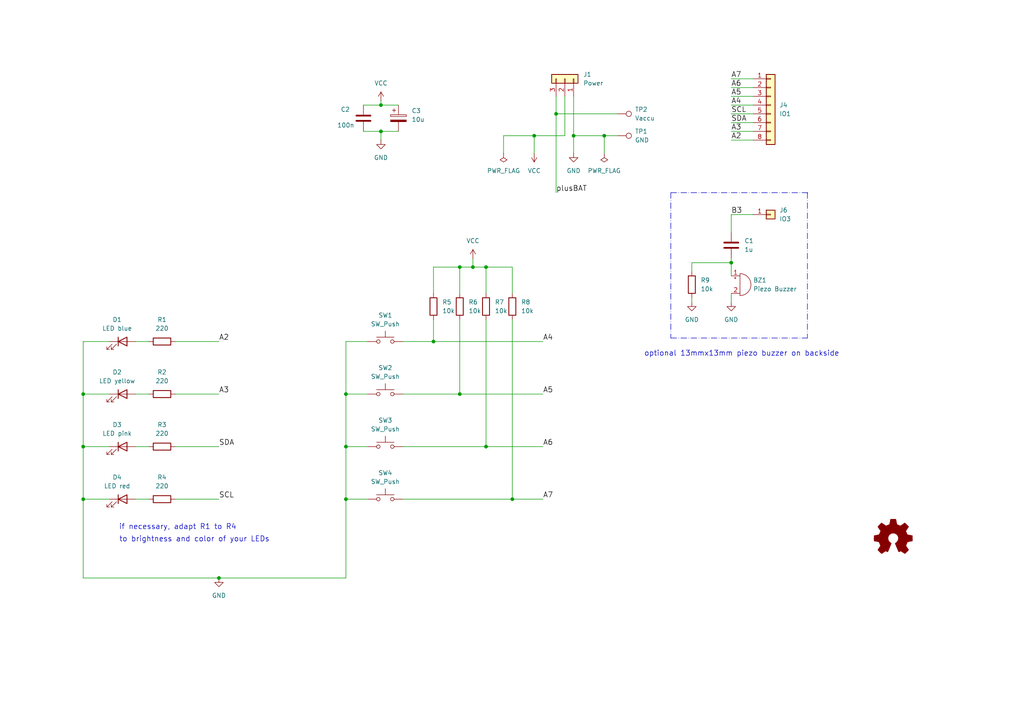
<source format=kicad_sch>
(kicad_sch (version 20231120) (generator "eeschema") (generator_version "8.0")
  (paper "A4")
  (title_block (title "HB_Stamp_IO_EXT_LEDs_Buttons_FUEL4EP") (date "2025-02-18") (rev "1.0") (company "(C) FUEL4EP") (comment 1 "Creative Commons License, non-commercial") (comment 3 "fitting to HB_Stamp_IO_ATMega1284P_FUEL4EP") (comment 4 "Extension IO PCB with 4x LEDs, 4x push buttons, and optional buzzer"))
  (lib_symbols
    (symbol "Connector:TestPoint" (pin_numbers hide) (pin_names (offset 0.762) hide)
      (property "Reference" "TP" (at 0 6.858 0))
      (property "Value" "TestPoint" (at 0 5.08 0))
      (symbol "TestPoint_0_1"
        (circle (center 0 3.302) (radius 0.762))
      )
      (symbol "TestPoint_1_1"
        (pin passive line (at 0 0 90) (length 2.54) (name "1") (number "1"))
      )
    )
    (symbol "Connector_Generic:Conn_01x01" (pin_names (offset 1.016) hide)
      (property "Reference" "J" (at 0 2.54 0))
      (property "Value" "Conn_01x01" (at 0 -2.54 0))
      (symbol "Conn_01x01_1_1"
        (rectangle (start -1.27 0.127) (end 0 -0.127) (stroke (width 0.1524)))
        (rectangle (start -1.27 1.27) (end 1.27 -1.27) (stroke (width 0.254)) (fill (type background)))
        (pin passive line (at -5.08 0 0) (length 3.81) (name "Pin_1") (number "1"))
      )
    )
    (symbol "Connector_Generic:Conn_01x03" (pin_names (offset 1.016) hide)
      (property "Reference" "J" (at 0 5.08 0))
      (property "Value" "Conn_01x03" (at 0 -5.08 0))
      (symbol "Conn_01x03_1_1"
        (rectangle (start -1.27 -2.413) (end 0 -2.667) (stroke (width 0.1524)))
        (rectangle (start -1.27 0.127) (end 0 -0.127) (stroke (width 0.1524)))
        (rectangle (start -1.27 2.667) (end 0 2.413) (stroke (width 0.1524)))
        (rectangle (start -1.27 3.81) (end 1.27 -3.81) (stroke (width 0.254)) (fill (type background)))
        (pin passive line (at -5.08 2.54 0) (length 3.81) (name "Pin_1") (number "1"))
        (pin passive line (at -5.08 0 0) (length 3.81) (name "Pin_2") (number "2"))
        (pin passive line (at -5.08 -2.54 0) (length 3.81) (name "Pin_3") (number "3"))
      )
    )
    (symbol "Connector_Generic:Conn_01x08" (pin_names (offset 1.016) hide)
      (property "Reference" "J" (at 0 10.16 0))
      (property "Value" "Conn_01x08" (at 0 -12.7 0))
      (symbol "Conn_01x08_1_1"
        (rectangle (start -1.27 -10.033) (end 0 -10.287) (stroke (width 0.1524)))
        (rectangle (start -1.27 -7.493) (end 0 -7.747) (stroke (width 0.1524)))
        (rectangle (start -1.27 -4.953) (end 0 -5.207) (stroke (width 0.1524)))
        (rectangle (start -1.27 -2.413) (end 0 -2.667) (stroke (width 0.1524)))
        (rectangle (start -1.27 0.127) (end 0 -0.127) (stroke (width 0.1524)))
        (rectangle (start -1.27 2.667) (end 0 2.413) (stroke (width 0.1524)))
        (rectangle (start -1.27 5.207) (end 0 4.953) (stroke (width 0.1524)))
        (rectangle (start -1.27 7.747) (end 0 7.493) (stroke (width 0.1524)))
        (rectangle (start -1.27 8.89) (end 1.27 -11.43) (stroke (width 0.254)) (fill (type background)))
        (pin passive line (at -5.08 7.62 0) (length 3.81) (name "Pin_1") (number "1"))
        (pin passive line (at -5.08 5.08 0) (length 3.81) (name "Pin_2") (number "2"))
        (pin passive line (at -5.08 2.54 0) (length 3.81) (name "Pin_3") (number "3"))
        (pin passive line (at -5.08 0 0) (length 3.81) (name "Pin_4") (number "4"))
        (pin passive line (at -5.08 -2.54 0) (length 3.81) (name "Pin_5") (number "5"))
        (pin passive line (at -5.08 -5.08 0) (length 3.81) (name "Pin_6") (number "6"))
        (pin passive line (at -5.08 -7.62 0) (length 3.81) (name "Pin_7") (number "7"))
        (pin passive line (at -5.08 -10.16 0) (length 3.81) (name "Pin_8") (number "8"))
      )
    )
    (symbol "Device:Buzzer" (pin_names (offset 0.0254) hide)
      (property "Reference" "BZ" (at 3.81 1.27 0))
      (property "Value" "Buzzer" (at 3.81 -1.27 0))
      (symbol "Buzzer_0_1"
        (arc (start 0 -3.175) (mid 3.1612 0) (end 0 3.175))
        (polyline (pts (xy -1.651 1.905) (xy -1.143 1.905)))
        (polyline (pts (xy -1.397 2.159) (xy -1.397 1.651)))
        (polyline (pts (xy 0 3.175) (xy 0 -3.175)))
      )
      (symbol "Buzzer_1_1"
        (pin passive line (at -2.54 2.54 0) (length 2.54) (name "+") (number "1"))
        (pin passive line (at -2.54 -2.54 0) (length 2.54) (name "-") (number "2"))
      )
    )
    (symbol "Device:C" (pin_numbers hide) (pin_names (offset 0.254))
      (property "Reference" "C" (at 0.635 2.54 0))
      (property "Value" "C" (at 0.635 -2.54 0))
      (symbol "C_0_1"
        (polyline (pts (xy -2.032 -0.762) (xy 2.032 -0.762)) (stroke (width 0.508)))
        (polyline (pts (xy -2.032 0.762) (xy 2.032 0.762)) (stroke (width 0.508)))
      )
      (symbol "C_1_1"
        (pin passive line (at 0 3.81 270) (length 2.794) (name "~") (number "1"))
        (pin passive line (at 0 -3.81 90) (length 2.794) (name "~") (number "2"))
      )
    )
    (symbol "Device:C_Polarized" (pin_numbers hide) (pin_names (offset 0.254))
      (property "Reference" "C" (at 0.635 2.54 0))
      (property "Value" "C_Polarized" (at 0.635 -2.54 0))
      (symbol "C_Polarized_0_1"
        (rectangle (start -2.286 0.508) (end 2.286 1.016))
        (polyline (pts (xy -1.778 2.286) (xy -0.762 2.286)))
        (polyline (pts (xy -1.27 2.794) (xy -1.27 1.778)))
        (rectangle (start 2.286 -0.508) (end -2.286 -1.016) (fill (type outline)))
      )
      (symbol "C_Polarized_1_1"
        (pin passive line (at 0 3.81 270) (length 2.794) (name "~") (number "1"))
        (pin passive line (at 0 -3.81 90) (length 2.794) (name "~") (number "2"))
      )
    )
    (symbol "Device:LED" (pin_numbers hide) (pin_names (offset 1.016) hide)
      (property "Reference" "D" (at 0 2.54 0))
      (property "Value" "LED" (at 0 -2.54 0))
      (symbol "LED_0_1"
        (polyline (pts (xy -1.27 -1.27) (xy -1.27 1.27)) (stroke (width 0.254)))
        (polyline (pts (xy -1.27 0) (xy 1.27 0)))
        (polyline (pts (xy 1.27 -1.27) (xy 1.27 1.27) (xy -1.27 0) (xy 1.27 -1.27)) (stroke (width 0.254)))
        (polyline (pts (xy -3.048 -0.762) (xy -4.572 -2.286) (xy -3.81 -2.286) (xy -4.572 -2.286) (xy -4.572 -1.524)))
        (polyline (pts (xy -1.778 -0.762) (xy -3.302 -2.286) (xy -2.54 -2.286) (xy -3.302 -2.286) (xy -3.302 -1.524)))
      )
      (symbol "LED_1_1"
        (pin passive line (at -3.81 0 0) (length 2.54) (name "K") (number "1"))
        (pin passive line (at 3.81 0 180) (length 2.54) (name "A") (number "2"))
      )
    )
    (symbol "Device:R" (pin_numbers hide) (pin_names (offset 0))
      (property "Reference" "R" (at 2.032 0 90))
      (property "Value" "R" (at 0 0 90))
      (symbol "R_0_1"
        (rectangle (start -1.016 -2.54) (end 1.016 2.54) (stroke (width 0.254)))
      )
      (symbol "R_1_1"
        (pin passive line (at 0 3.81 270) (length 1.27) (name "~") (number "1"))
        (pin passive line (at 0 -3.81 90) (length 1.27) (name "~") (number "2"))
      )
    )
    (symbol "Graphic:Logo_Open_Hardware_Small" (in_bom no) (on_board no)
      (symbol "Logo_Open_Hardware_Small_0_1"
        (polyline (pts (xy 3.3528 -4.3434) (xy 3.302 -4.318) (xy 3.175 -4.2418) (xy 2.9972 -4.1148) (xy 2.7686 -3.9624) (xy 2.54 -3.81) (xy 2.3622 -3.7084) (xy 2.2352 -3.6068) (xy 2.1844 -3.5814) (xy 2.159 -3.6068) (xy 2.0574 -3.6576) (xy 1.905 -3.7338) (xy 1.8034 -3.7846) (xy 1.6764 -3.8354) (xy 1.6002 -3.8354) (xy 1.6002 -3.8354) (xy 1.5494 -3.7338) (xy 1.4732 -3.5306) (xy 1.3462 -3.302) (xy 1.2446 -3.0226) (xy 1.1176 -2.7178) (xy 0.9652 -2.413) (xy 0.8636 -2.1082) (xy 0.7366 -1.8288) (xy 0.6604 -1.6256) (xy 0.6096 -1.4732) (xy 0.5842 -1.397) (xy 0.5842 -1.397) (xy 0.6604 -1.3208) (xy 0.7874 -1.2446) (xy 1.0414 -1.016) (xy 1.2954 -0.6858) (xy 1.4478 -0.3302) (xy 1.524 0.0762) (xy 1.4732 0.4572) (xy 1.3208 0.8128) (xy 1.0668 1.143) (xy 0.762 1.3716) (xy 0.4064 1.524) (xy 0 1.5748) (xy -0.381 1.5494) (xy -0.7366 1.397) (xy -1.0668 1.143) (xy -1.2192 0.9906) (xy -1.397 0.6604) (xy -1.524 0.3048) (xy -1.524 0.2286) (xy -1.4986 -0.1778) (xy -1.397 -0.5334) (xy -1.1938 -0.8636) (xy -0.9144 -1.143) (xy -0.8636 -1.1684) (xy -0.7366 -1.27) (xy -0.635 -1.3462) (xy -0.5842 -1.397) (xy -1.0668 -2.5908) (xy -1.143 -2.794) (xy -1.2954 -3.1242) (xy -1.397 -3.4036) (xy -1.4986 -3.6322) (xy -1.5748 -3.7846) (xy -1.6002 -3.8354) (xy -1.6002 -3.8354) (xy -1.651 -3.8354) (xy -1.7272 -3.81) (xy -1.905 -3.7338) (xy -2.0066 -3.683) (xy -2.1336 -3.6068) (xy -2.2098 -3.5814) (xy -2.2606 -3.6068) (xy -2.3622 -3.683) (xy -2.54 -3.81) (xy -2.7686 -3.9624) (xy -2.9718 -4.0894) (xy -3.1496 -4.2164) (xy -3.302 -4.318) (xy -3.3528 -4.3434) (xy -3.3782 -4.3434) (xy -3.429 -4.318) (xy -3.5306 -4.2164) (xy -3.7084 -4.064) (xy -3.937 -3.8354) (xy -3.9624 -3.81) (xy -4.1656 -3.6068) (xy -4.318 -3.4544) (xy -4.4196 -3.3274) (xy -4.445 -3.2766) (xy -4.445 -3.2766) (xy -4.4196 -3.2258) (xy -4.318 -3.0734) (xy -4.2164 -2.8956) (xy -4.064 -2.667) (xy -3.6576 -2.0828) (xy -3.8862 -1.5494) (xy -3.937 -1.3716) (xy -4.0386 -1.1684) (xy -4.0894 -1.0414) (xy -4.1148 -0.9652) (xy -4.191 -0.9398) (xy -4.318 -0.9144) (xy -4.5466 -0.8636) (xy -4.8006 -0.8128) (xy -5.0546 -0.7874) (xy -5.2578 -0.7366) (xy -5.4356 -0.7112) (xy -5.5118 -0.6858) (xy -5.5118 -0.6858) (xy -5.5372 -0.635) (xy -5.5372 -0.5588) (xy -5.5372 -0.4318) (xy -5.5626 -0.2286) (xy -5.5626 0.0762) (xy -5.5626 0.127) (xy -5.5372 0.4064) (xy -5.5372 0.635) (xy -5.5372 0.762) (xy -5.5372 0.8382) (xy -5.5372 0.8382) (xy -5.461 0.8382) (xy -5.3086 0.889) (xy -5.08 0.9144) (xy -4.826 0.9652) (xy -4.8006 0.9906) (xy -4.5466 1.0414) (xy -4.318 1.0668) (xy -4.1656 1.1176) (xy -4.0894 1.143) (xy -4.0894 1.143) (xy -4.0386 1.2446) (xy -3.9624 1.4224) (xy -3.8608 1.6256) (xy -3.7846 1.8288) (xy -3.7084 2.0066) (xy -3.6576 2.159) (xy -3.6322 2.2098) (xy -3.6322 2.2098) (xy -3.683 2.286) (xy -3.7592 2.413) (xy -3.8862 2.5908) (xy -4.064 2.8194) (xy -4.064 2.8448) (xy -4.2164 3.0734) (xy -4.3434 3.2512) (xy -4.4196 3.3782) (xy -4.445 3.4544) (xy -4.445 3.4544) (xy -4.3942 3.5052) (xy -4.2926 3.6322) (xy -4.1148 3.81) (xy -3.937 4.0132) (xy -3.8608 4.064) (xy -3.6576 4.2926) (xy -3.5052 4.4196) (xy -3.4036 4.4958) (xy -3.3528 4.5212) (xy -3.3528 4.5212) (xy -3.302 4.4704) (xy -3.1496 4.3688) (xy -2.9718 4.2418) (xy -2.7432 4.0894) (xy -2.7178 4.0894) (xy -2.4892 3.937) (xy -2.3114 3.81) (xy -2.1844 3.7084) (xy -2.1336 3.683) (xy -2.1082 3.683) (xy -2.032 3.7084) (xy -1.8542 3.7592) (xy -1.6764 3.8354) (xy -1.4732 3.937) (xy -1.27 4.0132) (xy -1.143 4.064) (xy -1.0668 4.1148) (xy -1.0668 4.1148) (xy -1.0414 4.191) (xy -1.016 4.3434) (xy -0.9652 4.572) (xy -0.9144 4.8514) (xy -0.889 4.9022) (xy -0.8382 5.1562) (xy -0.8128 5.3848) (xy -0.7874 5.5372) (xy -0.762 5.588) (xy -0.7112 5.6134) (xy -0.5842 5.6134) (xy -0.4064 5.6134) (xy -0.1524 5.6134) (xy 0.0762 5.6134) (xy 0.3302 5.6134) (xy 0.5334 5.6134) (xy 0.6858 5.588) (xy 0.7366 5.588) (xy 0.7366 5.588) (xy 0.762 5.5118) (xy 0.8128 5.334) (xy 0.8382 5.1054) (xy 0.9144 4.826) (xy 0.9144 4.7752) (xy 0.9652 4.5212) (xy 1.016 4.2926) (xy 1.0414 4.1402) (xy 1.0668 4.0894) (xy 1.0668 4.0894) (xy 1.1938 4.0386) (xy 1.3716 3.9624) (xy 1.5748 3.8608) (xy 2.0828 3.6576) (xy 2.7178 4.0894) (xy 2.7686 4.1402) (xy 2.9972 4.2926) (xy 3.175 4.4196) (xy 3.302 4.4958) (xy 3.3782 4.5212) (xy 3.3782 4.5212) (xy 3.429 4.4704) (xy 3.556 4.3434) (xy 3.7338 4.191) (xy 3.9116 3.9878) (xy 4.064 3.8354) (xy 4.2418 3.6576) (xy 4.3434 3.556) (xy 4.4196 3.4798) (xy 4.4196 3.429) (xy 4.4196 3.4036) (xy 4.3942 3.3274) (xy 4.2926 3.2004) (xy 4.1656 2.9972) (xy 4.0132 2.794) (xy 3.8862 2.5908) (xy 3.7592 2.3876) (xy 3.6576 2.2352) (xy 3.6322 2.159) (xy 3.6322 2.1336) (xy 3.683 2.0066) (xy 3.7592 1.8288) (xy 3.8608 1.6002) (xy 4.064 1.1176) (xy 4.3942 1.0414) (xy 4.5974 1.016) (xy 4.8768 0.9652) (xy 5.1308 0.9144) (xy 5.5372 0.8382) (xy 5.5626 -0.6604) (xy 5.4864 -0.6858) (xy 5.4356 -0.6858) (xy 5.2832 -0.7366) (xy 5.0546 -0.762) (xy 4.8006 -0.8128) (xy 4.5974 -0.8636) (xy 4.3688 -0.9144) (xy 4.2164 -0.9398) (xy 4.1402 -0.9398) (xy 4.1148 -0.9652) (xy 4.064 -1.0668) (xy 3.9878 -1.2446) (xy 3.9116 -1.4478) (xy 3.81 -1.651) (xy 3.7338 -1.8542) (xy 3.683 -2.0066) (xy 3.6576 -2.0828) (xy 3.683 -2.1336) (xy 3.7846 -2.2606) (xy 3.8862 -2.4638) (xy 4.0386 -2.667) (xy 4.191 -2.8956) (xy 4.318 -3.0734) (xy 4.3942 -3.2004) (xy 4.445 -3.2766) (xy 4.4196 -3.3274) (xy 4.3434 -3.429) (xy 4.1656 -3.5814) (xy 3.937 -3.8354) (xy 3.8862 -3.8608) (xy 3.683 -4.064) (xy 3.5306 -4.2164) (xy 3.4036 -4.318) (xy 3.3528 -4.3434)) (fill (type outline)))
      )
    )
    (symbol "Switch:SW_Push" (pin_numbers hide) (pin_names (offset 1.016) hide)
      (property "Reference" "SW" (at 1.27 2.54 0))
      (property "Value" "SW_Push" (at 0 -1.524 0))
      (symbol "SW_Push_0_1"
        (circle (center -2.032 0) (radius 0.508))
        (polyline (pts (xy 0 1.27) (xy 0 3.048)))
        (polyline (pts (xy 2.54 1.27) (xy -2.54 1.27)))
        (circle (center 2.032 0) (radius 0.508))
        (pin passive line (at -5.08 0 0) (length 2.54) (name "1") (number "1"))
        (pin passive line (at 5.08 0 180) (length 2.54) (name "2") (number "2"))
      )
    )
    (symbol "power:GND" (power) (pin_numbers hide) (pin_names (offset 0) hide)
      (property "Value" "GND" (at 0 -3.81 0))
      (symbol "GND_0_1"
        (polyline (pts (xy 0 0) (xy 0 -1.27) (xy 1.27 -1.27) (xy 0 -2.54) (xy -1.27 -1.27) (xy 0 -1.27)))
      )
      (symbol "GND_1_1"
        (pin power_in line (at 0 0 270) (length 0) (name "~") (number "1"))
      )
    )
    (symbol "power:PWR_FLAG" (power) (pin_numbers hide) (pin_names (offset 0) hide)
      (property "Value" "PWR_FLAG" (at 0 3.81 0))
      (symbol "PWR_FLAG_0_0"
        (pin power_out line (at 0 0 90) (length 0) (name "~") (number "1"))
      )
      (symbol "PWR_FLAG_0_1"
        (polyline (pts (xy 0 0) (xy 0 1.27) (xy -1.016 1.905) (xy 0 2.54) (xy 1.016 1.905) (xy 0 1.27)))
      )
    )
    (symbol "power:VCC" (power) (pin_numbers hide) (pin_names (offset 0) hide)
      (property "Value" "VCC" (at 0 3.556 0))
      (symbol "VCC_0_1"
        (polyline (pts (xy -0.762 1.27) (xy 0 2.54)))
        (polyline (pts (xy 0 0) (xy 0 2.54)))
        (polyline (pts (xy 0 2.54) (xy 0.762 1.27)))
      )
      (symbol "VCC_1_1"
        (pin power_in line (at 0 0 90) (length 0) (name "~") (number "1"))
      )
    )
  )
  (junction (at 24.13 114.3))
  (junction (at 24.13 129.54))
  (junction (at 175.26 39.37))
  (junction (at 133.35 77.47))
  (junction (at 140.97 77.47))
  (junction (at 148.59 144.78))
  (junction (at 100.33 129.54))
  (junction (at 63.5 167.64))
  (junction (at 137.16 77.47))
  (junction (at 140.97 129.54))
  (junction (at 133.35 114.3))
  (junction (at 110.49 38.1))
  (junction (at 24.13 144.78))
  (junction (at 212.09 76.2))
  (junction (at 110.49 30.48))
  (junction (at 161.29 33.02))
  (junction (at 100.33 144.78))
  (junction (at 100.33 114.3))
  (junction (at 125.73 99.06))
  (junction (at 166.37 39.37))
  (junction (at 154.94 39.37))
  (polyline (pts (xy 234.188 55.88) (xy 234.188 98.044)) (stroke (width 0) (type dash_dot)))
  (wire (pts (xy 100.33 114.3) (xy 100.33 129.54)))
  (wire (pts (xy 166.37 39.37) (xy 175.26 39.37)))
  (wire (pts (xy 133.35 77.47) (xy 137.16 77.47)))
  (wire (pts (xy 137.16 74.93) (xy 137.16 77.47)))
  (wire (pts (xy 24.13 129.54) (xy 31.75 129.54)))
  (wire (pts (xy 110.49 29.21) (xy 110.49 30.48)))
  (wire (pts (xy 212.09 74.93) (xy 212.09 76.2)))
  (wire (pts (xy 105.41 38.1) (xy 110.49 38.1)))
  (wire (pts (xy 146.05 39.37) (xy 146.05 44.45)))
  (wire (pts (xy 100.33 129.54) (xy 106.68 129.54)))
  (wire (pts (xy 100.33 144.78) (xy 100.33 167.64)))
  (wire (pts (xy 24.13 144.78) (xy 31.75 144.78)))
  (wire (pts (xy 116.84 129.54) (xy 140.97 129.54)))
  (wire (pts (xy 50.8 99.06) (xy 63.5 99.06)))
  (wire (pts (xy 24.13 114.3) (xy 24.13 129.54)))
  (wire (pts (xy 100.33 114.3) (xy 106.68 114.3)))
  (wire (pts (xy 175.26 39.37) (xy 179.07 39.37)))
  (wire (pts (xy 100.33 129.54) (xy 100.33 144.78)))
  (wire (pts (xy 200.66 76.2) (xy 200.66 78.74)))
  (wire (pts (xy 125.73 77.47) (xy 133.35 77.47)))
  (wire (pts (xy 24.13 99.06) (xy 24.13 114.3)))
  (wire (pts (xy 166.37 39.37) (xy 166.37 44.45)))
  (wire (pts (xy 63.5 167.64) (xy 100.33 167.64)))
  (wire (pts (xy 140.97 129.54) (xy 157.48 129.54)))
  (wire (pts (xy 100.33 99.06) (xy 106.68 99.06)))
  (wire (pts (xy 116.84 99.06) (xy 125.73 99.06)))
  (wire (pts (xy 212.09 62.23) (xy 212.09 67.31)))
  (wire (pts (xy 39.37 114.3) (xy 43.18 114.3)))
  (wire (pts (xy 110.49 38.1) (xy 110.49 40.64)))
  (polyline (pts (xy 194.564 98.044) (xy 234.188 98.044)) (stroke (width 0) (type dash_dot)))
  (wire (pts (xy 110.49 30.48) (xy 115.57 30.48)))
  (wire (pts (xy 39.37 129.54) (xy 43.18 129.54)))
  (wire (pts (xy 24.13 129.54) (xy 24.13 144.78)))
  (wire (pts (xy 116.84 114.3) (xy 133.35 114.3)))
  (polyline (pts (xy 194.564 55.88) (xy 234.188 55.88)) (stroke (width 0) (type dash_dot)))
  (wire (pts (xy 154.94 39.37) (xy 154.94 44.45)))
  (wire (pts (xy 212.09 33.02) (xy 218.44 33.02)))
  (wire (pts (xy 212.09 62.23) (xy 218.44 62.23)))
  (wire (pts (xy 212.09 25.4) (xy 218.44 25.4)))
  (wire (pts (xy 212.09 40.64) (xy 218.44 40.64)))
  (wire (pts (xy 24.13 99.06) (xy 31.75 99.06)))
  (wire (pts (xy 212.09 38.1) (xy 218.44 38.1)))
  (wire (pts (xy 50.8 129.54) (xy 63.5 129.54)))
  (wire (pts (xy 161.29 33.02) (xy 161.29 27.94)))
  (wire (pts (xy 212.09 76.2) (xy 212.09 80.01)))
  (wire (pts (xy 137.16 77.47) (xy 140.97 77.47)))
  (wire (pts (xy 148.59 77.47) (xy 148.59 85.09)))
  (wire (pts (xy 50.8 144.78) (xy 63.5 144.78)))
  (wire (pts (xy 212.09 85.09) (xy 212.09 87.63)))
  (wire (pts (xy 154.94 39.37) (xy 146.05 39.37)))
  (wire (pts (xy 39.37 99.06) (xy 43.18 99.06)))
  (wire (pts (xy 163.83 39.37) (xy 154.94 39.37)))
  (wire (pts (xy 110.49 38.1) (xy 115.57 38.1)))
  (wire (pts (xy 133.35 114.3) (xy 133.35 92.71)))
  (wire (pts (xy 212.09 22.86) (xy 218.44 22.86)))
  (polyline (pts (xy 194.564 55.88) (xy 194.564 98.044)) (stroke (width 0) (type dash_dot)))
  (wire (pts (xy 140.97 77.47) (xy 140.97 85.09)))
  (wire (pts (xy 212.09 30.48) (xy 218.44 30.48)))
  (wire (pts (xy 100.33 144.78) (xy 106.68 144.78)))
  (wire (pts (xy 148.59 144.78) (xy 157.48 144.78)))
  (wire (pts (xy 24.13 144.78) (xy 24.13 167.64)))
  (wire (pts (xy 125.73 99.06) (xy 125.73 92.71)))
  (wire (pts (xy 125.73 99.06) (xy 157.48 99.06)))
  (wire (pts (xy 148.59 144.78) (xy 148.59 92.71)))
  (wire (pts (xy 133.35 77.47) (xy 133.35 85.09)))
  (wire (pts (xy 105.41 30.48) (xy 110.49 30.48)))
  (polyline (pts (xy 234.188 55.88) (xy 234.188 56.134)))
  (wire (pts (xy 50.8 114.3) (xy 63.5 114.3)))
  (wire (pts (xy 200.66 76.2) (xy 212.09 76.2)))
  (wire (pts (xy 200.66 86.36) (xy 200.66 87.63)))
  (wire (pts (xy 161.29 33.02) (xy 161.29 55.88)))
  (wire (pts (xy 24.13 114.3) (xy 31.75 114.3)))
  (wire (pts (xy 100.33 99.06) (xy 100.33 114.3)))
  (wire (pts (xy 133.35 114.3) (xy 157.48 114.3)))
  (wire (pts (xy 39.37 144.78) (xy 43.18 144.78)))
  (wire (pts (xy 140.97 77.47) (xy 148.59 77.47)))
  (wire (pts (xy 175.26 39.37) (xy 175.26 44.45)))
  (wire (pts (xy 163.83 27.94) (xy 163.83 39.37)))
  (wire (pts (xy 116.84 144.78) (xy 148.59 144.78)))
  (wire (pts (xy 212.09 27.94) (xy 218.44 27.94)))
  (wire (pts (xy 24.13 167.64) (xy 63.5 167.64)))
  (wire (pts (xy 212.09 35.56) (xy 218.44 35.56)))
  (wire (pts (xy 166.37 27.94) (xy 166.37 39.37)))
  (wire (pts (xy 125.73 85.09) (xy 125.73 77.47)))
  (wire (pts (xy 140.97 129.54) (xy 140.97 92.71)))
  (wire (pts (xy 161.29 33.02) (xy 179.07 33.02)))
  (text "to brightness and color of your LEDs" (at 56.388 156.464 0) (effects (font (size 1.524 1.524))))
  (text "optional 13mmx13mm piezo buzzer on backside" (at 215.138 102.616 0) (effects (font (size 1.524 1.524))))
  (text "if necessary, adapt R1 to R4" (at 51.562 152.908 0) (effects (font (size 1.524 1.524))))
  (label "A5" (at 212.09 27.94 0) (effects (font (size 1.524 1.524))))
  (label "A2" (at 63.5 99.06 0) (effects (font (size 1.524 1.524))))
  (label "SDA" (at 63.5 129.54 0) (effects (font (size 1.524 1.524))))
  (label "SCL" (at 212.09 33.02 0) (effects (font (size 1.524 1.524))))
  (label "SCL" (at 63.5 144.78 0) (effects (font (size 1.524 1.524))))
  (label "A6" (at 212.09 25.4 0) (effects (font (size 1.524 1.524))))
  (label "A3" (at 212.09 38.1 0) (effects (font (size 1.524 1.524))))
  (label "A7" (at 157.48 144.78 0) (effects (font (size 1.524 1.524))))
  (label "B3" (at 212.09 62.23 0) (effects (font (size 1.524 1.524))))
  (label "A5" (at 157.48 114.3 0) (effects (font (size 1.524 1.524))))
  (label "A7" (at 212.09 22.86 0) (effects (font (size 1.524 1.524))))
  (label "A4" (at 157.48 99.06 0) (effects (font (size 1.524 1.524))))
  (label "plusBAT" (at 161.29 55.88 0) (effects (font (size 1.524 1.524))))
  (label "A2" (at 212.09 40.64 0) (effects (font (size 1.524 1.524))))
  (label "A6" (at 157.48 129.54 0) (effects (font (size 1.524 1.524))))
  (label "SDA" (at 212.09 35.56 0) (effects (font (size 1.524 1.524))))
  (label "A3" (at 63.5 114.3 0) (effects (font (size 1.524 1.524))))
  (label "A4" (at 212.09 30.48 0) (effects (font (size 1.524 1.524))))
  (symbol (lib_id "Graphic:Logo_Open_Hardware_Small") (at 259.08 156.21 0) (unit 1) (in_bom no)
    (property "Reference" "LOGO1" (effects (hide yes)))
    (property "Value" "Logo_Open_Hardware_Small" (effects (hide yes)))
    (property "Footprint" "FUEL4EP:CC-BY-ND-SA_bottom" (effects (hide yes)))
    (property "Description" "Open Hardware logo, small" (effects (hide yes)))
    (property "TYPE" "0" (effects (hide yes)))
  )
  (symbol (lib_id "Device:R") (at 125.73 88.9 180) (unit 1)
    (property "Reference" "R5" (at 128.27 87.6299 0) (effects (justify right)))
    (property "Value" "10k" (at 128.27 90.1699 0) (effects (justify right)))
    (property "Footprint" "Resistor_SMD:R_0603_1608Metric_Pad0.98x0.95mm_HandSolder" (effects (hide yes)))
    (property "Description" "Resistor" (effects (hide yes)))
  )
  (symbol (lib_id "Device:R") (at 46.99 129.54 90) (unit 1)
    (property "Reference" "R3" (at 46.99 123.19 90))
    (property "Value" "220" (at 46.99 125.73 90))
    (property "Footprint" "Resistor_SMD:R_0805_2012Metric_Pad1.20x1.40mm_HandSolder" (effects (hide yes)))
    (property "Description" "Resistor" (effects (hide yes)))
  )
  (symbol (lib_id "Device:R") (at 46.99 99.06 90) (unit 1)
    (property "Reference" "R1" (at 46.99 92.71 90))
    (property "Value" "220" (at 46.99 95.25 90))
    (property "Footprint" "Resistor_SMD:R_0805_2012Metric_Pad1.20x1.40mm_HandSolder" (effects (hide yes)))
    (property "Description" "Resistor" (effects (hide yes)))
  )
  (symbol (lib_id "Device:C") (at 212.09 71.12 0) (unit 1)
    (property "Reference" "C1" (at 215.9 69.8499 0) (effects (justify left)))
    (property "Value" "1u" (at 215.9 72.3899 0) (effects (justify left)))
    (property "Footprint" "Capacitor_SMD:C_0805_2012Metric_Pad1.18x1.45mm_HandSolder" (effects (hide yes)))
    (property "Description" "Unpolarized capacitor" (effects (hide yes)))
    (property "LCSC" "C28323" (effects (hide yes)))
  )
  (symbol (lib_id "Device:LED") (at 35.56 99.06 0) (unit 1)
    (property "Reference" "D1" (at 33.9725 92.71 0))
    (property "Value" "LED blue" (at 33.9725 95.25 0))
    (property "Footprint" "LED_THT:LED_D3.0mm" (effects (hide yes)))
    (property "Description" "Light emitting diode" (effects (hide yes)))
  )
  (symbol (lib_id "power:GND") (at 63.5 167.64 0) (unit 1)
    (property "Reference" "#PWR01" (effects (hide yes)))
    (property "Value" "GND" (at 63.5 172.72 0))
    (property "Description" "Power symbol creates a global label with name \"GND\" , ground" (effects (hide yes)))
  )
  (symbol (lib_id "Switch:SW_Push") (at 111.76 144.78 0) (unit 1)
    (property "Reference" "SW4" (at 111.76 137.16 0))
    (property "Value" "SW_Push" (at 111.76 139.7 0))
    (property "Footprint" "FUEL4EP:SW_PUSH_5.08mm" (effects (hide yes)))
    (property "Description" "Push button switch, generic, two pins" (effects (hide yes)))
  )
  (symbol (lib_id "power:GND") (at 200.66 87.63 0) (unit 1)
    (property "Reference" "#PWR06" (effects (hide yes)))
    (property "Value" "GND" (at 200.66 92.71 0))
    (property "Description" "Power symbol creates a global label with name \"GND\" , ground" (effects (hide yes)))
  )
  (symbol (lib_id "Device:C_Polarized") (at 115.57 34.29 0) (unit 1)
    (property "Reference" "C3" (at 119.38 32.1309 0) (effects (justify left)))
    (property "Value" "10u" (at 119.38 34.6709 0) (effects (justify left)))
    (property "Footprint" "Capacitor_SMD:C_0805_2012Metric_Pad1.18x1.45mm_HandSolder" (effects (hide yes)))
    (property "Description" "Polarized capacitor" (effects (hide yes)))
    (property "LCSC" "C15850" (effects (hide yes)))
  )
  (symbol (lib_id "Device:R") (at 148.59 88.9 180) (unit 1)
    (property "Reference" "R8" (at 151.13 87.6299 0) (effects (justify right)))
    (property "Value" "10k" (at 151.13 90.1699 0) (effects (justify right)))
    (property "Footprint" "Resistor_SMD:R_0603_1608Metric_Pad0.98x0.95mm_HandSolder" (effects (hide yes)))
    (property "Description" "Resistor" (effects (hide yes)))
  )
  (symbol (lib_id "Connector:TestPoint") (at 179.07 33.02 270) (unit 1)
    (property "Reference" "TP2" (at 184.15 31.7499 90) (effects (justify left)))
    (property "Value" "Vaccu" (at 184.15 34.2899 90) (effects (justify left)))
    (property "Footprint" "TestPoint:TestPoint_Pad_1.0x1.0mm" (effects (hide yes)))
    (property "Description" "test point" (effects (hide yes)))
  )
  (symbol (lib_id "power:VCC") (at 137.16 74.93 0) (unit 1)
    (property "Reference" "#PWR02" (effects (hide yes)))
    (property "Value" "VCC" (at 137.16 69.85 0))
    (property "Description" "Power symbol creates a global label with name \"VCC\"" (effects (hide yes)))
  )
  (symbol (lib_id "Device:LED") (at 35.56 144.78 0) (unit 1)
    (property "Reference" "D4" (at 33.9725 138.43 0))
    (property "Value" "LED red" (at 33.9725 140.97 0))
    (property "Footprint" "LED_THT:LED_D3.0mm" (effects (hide yes)))
    (property "Description" "Light emitting diode" (effects (hide yes)))
  )
  (symbol (lib_id "Connector_Generic:Conn_01x01") (at 223.52 62.23 0) (unit 1)
    (property "Reference" "J6" (at 226.06 60.9599 0) (effects (justify left)))
    (property "Value" "IO3" (at 226.06 63.4999 0) (effects (justify left)))
    (property "Footprint" "Connector_PinHeader_1.27mm:PinHeader_1x01_P1.27mm_Vertical" (effects (hide yes)))
    (property "Description" "Generic connector, single row, 01x01, script generated (kicad-library-utils/schlib/autogen/connector/)" (effects (hide yes)))
  )
  (symbol (lib_id "Device:R") (at 46.99 144.78 90) (unit 1)
    (property "Reference" "R4" (at 46.99 138.43 90))
    (property "Value" "220" (at 46.99 140.97 90))
    (property "Footprint" "Resistor_SMD:R_0805_2012Metric_Pad1.20x1.40mm_HandSolder" (effects (hide yes)))
    (property "Description" "Resistor" (effects (hide yes)))
  )
  (symbol (lib_id "Device:R") (at 133.35 88.9 180) (unit 1)
    (property "Reference" "R6" (at 135.89 87.6299 0) (effects (justify right)))
    (property "Value" "10k" (at 135.89 90.1699 0) (effects (justify right)))
    (property "Footprint" "Resistor_SMD:R_0603_1608Metric_Pad0.98x0.95mm_HandSolder" (effects (hide yes)))
    (property "Description" "Resistor" (effects (hide yes)))
  )
  (symbol (lib_id "Switch:SW_Push") (at 111.76 114.3 0) (unit 1)
    (property "Reference" "SW2" (at 111.76 106.68 0))
    (property "Value" "SW_Push" (at 111.76 109.22 0))
    (property "Footprint" "FUEL4EP:SW_PUSH_5.08mm" (effects (hide yes)))
    (property "Description" "Push button switch, generic, two pins" (effects (hide yes)))
  )
  (symbol (lib_id "power:GND") (at 212.09 87.63 0) (unit 1)
    (property "Reference" "#PWR05" (effects (hide yes)))
    (property "Value" "GND" (at 212.09 92.71 0))
    (property "Description" "Power symbol creates a global label with name \"GND\" , ground" (effects (hide yes)))
  )
  (symbol (lib_id "power:GND") (at 110.49 40.64 0) (unit 1)
    (property "Reference" "#PWR08" (effects (hide yes)))
    (property "Value" "GND" (at 110.49 45.72 0))
    (property "Description" "Power symbol creates a global label with name \"GND\" , ground" (effects (hide yes)))
  )
  (symbol (lib_id "Connector_Generic:Conn_01x08") (at 223.52 30.48 0) (unit 1)
    (property "Reference" "J4" (at 226.06 30.4799 0) (effects (justify left)))
    (property "Value" "IO1" (at 226.06 33.0199 0) (effects (justify left)))
    (property "Footprint" "Connector_PinHeader_1.27mm:PinHeader_1x08_P1.27mm_Vertical" (effects (hide yes)))
    (property "Description" "Generic connector, single row, 01x08, script generated (kicad-library-utils/schlib/autogen/connector/)" (effects (hide yes)))
  )
  (symbol (lib_id "Switch:SW_Push") (at 111.76 129.54 0) (unit 1)
    (property "Reference" "SW3" (at 111.76 121.92 0))
    (property "Value" "SW_Push" (at 111.76 124.46 0))
    (property "Footprint" "FUEL4EP:SW_PUSH_5.08mm" (effects (hide yes)))
    (property "Description" "Push button switch, generic, two pins" (effects (hide yes)))
  )
  (symbol (lib_id "power:GND") (at 166.37 44.45 0) (unit 1)
    (property "Reference" "#PWR03" (effects (hide yes)))
    (property "Value" "GND" (at 166.37 49.53 0))
    (property "Description" "Power symbol creates a global label with name \"GND\" , ground" (effects (hide yes)))
  )
  (symbol (lib_id "Connector_Generic:Conn_01x03") (at 163.83 22.86 270) (mirror x) (unit 1)
    (property "Reference" "J1" (at 169.164 21.5899 90) (effects (justify left)))
    (property "Value" "Power" (at 169.164 24.1299 90) (effects (justify left)))
    (property "Footprint" "Connector_PinHeader_1.27mm:PinHeader_1x03_P1.27mm_Vertical" (effects (hide yes)))
    (property "Description" "Generic connector, single row, 01x03, script generated (kicad-library-utils/schlib/autogen/connector/)" (effects (hide yes)))
  )
  (symbol (lib_id "power:PWR_FLAG") (at 175.26 44.45 180) (unit 1)
    (property "Reference" "#FLG02" (effects (hide yes)))
    (property "Value" "PWR_FLAG" (at 175.26 49.53 0))
    (property "Description" "Special symbol for telling ERC where power comes from" (effects (hide yes)))
  )
  (symbol (lib_id "Device:Buzzer") (at 214.63 82.55 0) (unit 1)
    (property "Reference" "BZ1" (at 218.44 81.2799 0) (effects (justify left)))
    (property "Value" "Piezo Buzzer" (at 218.44 83.8199 0) (effects (justify left)))
    (property "Footprint" "FUEL4EP:Buzzer_SMD_POPESQ_POPESQ_13mm_13mm_2.5mm" (effects (hide yes)))
    (property "Description" "Buzzer, polarized" (effects (hide yes)))
    (property "Manufacturer" "https://www.amazon.de/dp/B0C57D9RQ8" (effects (hide yes)))
    (property "Productname" "POPESQ® 1 Stk. x Signalgeber Piezo Buzzer 13x13x2.5mm 85dB SMD #A5359" (effects (hide yes)))
  )
  (symbol (lib_id "Device:R") (at 200.66 82.55 0) (unit 1)
    (property "Reference" "R9" (at 203.2 81.2799 0) (effects (justify left)))
    (property "Value" "10k" (at 203.2 83.8199 0) (effects (justify left)))
    (property "Footprint" "Resistor_SMD:R_0805_2012Metric_Pad1.20x1.40mm_HandSolder" (effects (hide yes)))
    (property "Description" "Resistor" (effects (hide yes)))
  )
  (symbol (lib_id "Device:C") (at 105.41 34.29 0) (unit 1)
    (property "Reference" "C2" (at 98.806 31.75 0) (effects (justify left)))
    (property "Value" "100n" (at 97.79 36.322 0) (effects (justify left)))
    (property "Footprint" "Capacitor_SMD:C_0805_2012Metric_Pad1.18x1.45mm_HandSolder" (effects (hide yes)))
    (property "Description" "Unpolarized capacitor" (effects (hide yes)))
    (property "LCSC" "C28233" (effects (hide yes)))
  )
  (symbol (lib_id "Switch:SW_Push") (at 111.76 99.06 0) (unit 1)
    (property "Reference" "SW1" (at 111.76 91.44 0))
    (property "Value" "SW_Push" (at 111.76 93.98 0))
    (property "Footprint" "FUEL4EP:SW_PUSH_5.08mm" (effects (hide yes)))
    (property "Description" "Push button switch, generic, two pins" (effects (hide yes)))
  )
  (symbol (lib_id "Device:R") (at 46.99 114.3 90) (unit 1)
    (property "Reference" "R2" (at 46.99 107.95 90))
    (property "Value" "220" (at 46.99 110.49 90))
    (property "Footprint" "Resistor_SMD:R_0805_2012Metric_Pad1.20x1.40mm_HandSolder" (effects (hide yes)))
    (property "Description" "Resistor" (effects (hide yes)))
  )
  (symbol (lib_id "Device:LED") (at 35.56 129.54 0) (unit 1)
    (property "Reference" "D3" (at 33.9725 123.19 0))
    (property "Value" "LED pink" (at 33.9725 125.73 0))
    (property "Footprint" "LED_THT:LED_D3.0mm" (effects (hide yes)))
    (property "Description" "Light emitting diode" (effects (hide yes)))
  )
  (symbol (lib_id "Connector:TestPoint") (at 179.07 39.37 270) (unit 1)
    (property "Reference" "TP1" (at 184.15 38.0999 90) (effects (justify left)))
    (property "Value" "GND" (at 184.15 40.6399 90) (effects (justify left)))
    (property "Footprint" "TestPoint:TestPoint_Pad_1.0x1.0mm" (effects (hide yes)))
    (property "Description" "test point" (effects (hide yes)))
  )
  (symbol (lib_id "Device:LED") (at 35.56 114.3 0) (unit 1)
    (property "Reference" "D2" (at 33.9725 107.95 0))
    (property "Value" "LED yellow" (at 33.9725 110.49 0))
    (property "Footprint" "LED_THT:LED_D3.0mm" (effects (hide yes)))
    (property "Description" "Light emitting diode" (effects (hide yes)))
  )
  (symbol (lib_id "power:PWR_FLAG") (at 146.05 44.45 180) (unit 1)
    (property "Reference" "#FLG01" (effects (hide yes)))
    (property "Value" "PWR_FLAG" (at 146.05 49.53 0))
    (property "Description" "Special symbol for telling ERC where power comes from" (effects (hide yes)))
  )
  (symbol (lib_id "power:VCC") (at 110.49 29.21 0) (unit 1)
    (property "Reference" "#PWR07" (effects (hide yes)))
    (property "Value" "VCC" (at 110.49 24.13 0))
    (property "Description" "Power symbol creates a global label with name \"VCC\"" (effects (hide yes)))
  )
  (symbol (lib_id "power:VCC") (at 154.94 44.45 180) (unit 1)
    (property "Reference" "#PWR04" (effects (hide yes)))
    (property "Value" "VCC" (at 154.94 49.53 0))
    (property "Description" "Power symbol creates a global label with name \"VCC\"" (effects (hide yes)))
  )
  (symbol (lib_id "Device:R") (at 140.97 88.9 180) (unit 1)
    (property "Reference" "R7" (at 143.51 87.6299 0) (effects (justify right)))
    (property "Value" "10k" (at 143.51 90.1699 0) (effects (justify right)))
    (property "Footprint" "Resistor_SMD:R_0603_1608Metric_Pad0.98x0.95mm_HandSolder" (effects (hide yes)))
    (property "Description" "Resistor" (effects (hide yes)))
  )
)
</source>
